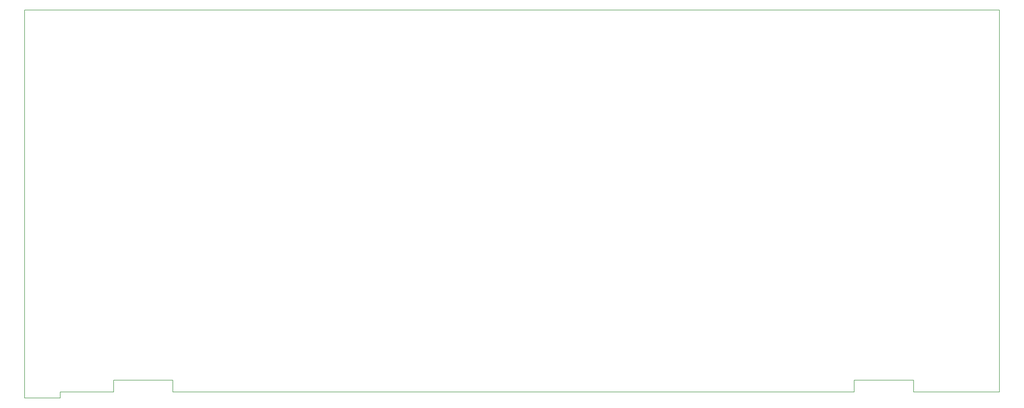
<source format=gm1>
%TF.GenerationSoftware,KiCad,Pcbnew,5.1.9+dfsg1-1~bpo10+1*%
%TF.CreationDate,2021-03-26T13:46:26+01:00*%
%TF.ProjectId,A130XE_KB_MX,41313330-5845-45f4-9b42-5f4d582e6b69,2.0*%
%TF.SameCoordinates,Original*%
%TF.FileFunction,Profile,NP*%
%FSLAX46Y46*%
G04 Gerber Fmt 4.6, Leading zero omitted, Abs format (unit mm)*
G04 Created by KiCad (PCBNEW 5.1.9+dfsg1-1~bpo10+1) date 2021-03-26 13:46:26*
%MOMM*%
%LPD*%
G01*
G04 APERTURE LIST*
%TA.AperFunction,Profile*%
%ADD10C,0.150000*%
%TD*%
%TA.AperFunction,Profile*%
%ADD11C,0.200000*%
%TD*%
G04 APERTURE END LIST*
D10*
X376000000Y-85000000D02*
X376000000Y-214000000D01*
D11*
X47000000Y-216000000D02*
X47000000Y-85000000D01*
X59000000Y-216000000D02*
X47000000Y-216000000D01*
X59000000Y-214000000D02*
X59000000Y-216000000D01*
X77000000Y-214000000D02*
X59000000Y-214000000D01*
X77000000Y-210000000D02*
X77000000Y-214000000D01*
X97000000Y-210000000D02*
X77000000Y-210000000D01*
X97000000Y-214000000D02*
X97000000Y-210000000D01*
X327000000Y-214000000D02*
X97000000Y-214000000D01*
X327000000Y-210000000D02*
X327000000Y-214000000D01*
X347000000Y-210000000D02*
X327000000Y-210000000D01*
X347000000Y-214000000D02*
X347000000Y-210000000D01*
X376000000Y-214000000D02*
X347000000Y-214000000D01*
X47000000Y-85000000D02*
X376000000Y-85000000D01*
M02*

</source>
